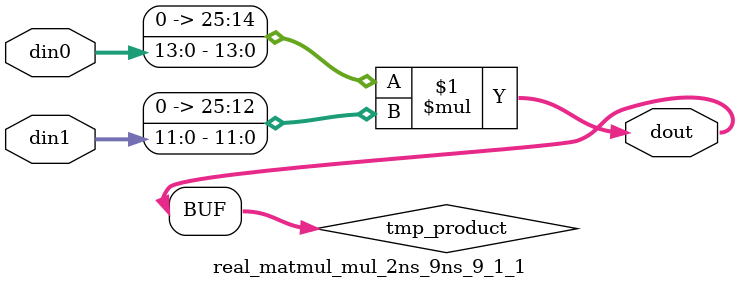
<source format=v>

`timescale 1 ns / 1 ps

  module real_matmul_mul_2ns_9ns_9_1_1(din0, din1, dout);
parameter ID = 1;
parameter NUM_STAGE = 0;
parameter din0_WIDTH = 14;
parameter din1_WIDTH = 12;
parameter dout_WIDTH = 26;

input [din0_WIDTH - 1 : 0] din0; 
input [din1_WIDTH - 1 : 0] din1; 
output [dout_WIDTH - 1 : 0] dout;

wire signed [dout_WIDTH - 1 : 0] tmp_product;










assign tmp_product = $signed({1'b0, din0}) * $signed({1'b0, din1});











assign dout = tmp_product;







endmodule

</source>
